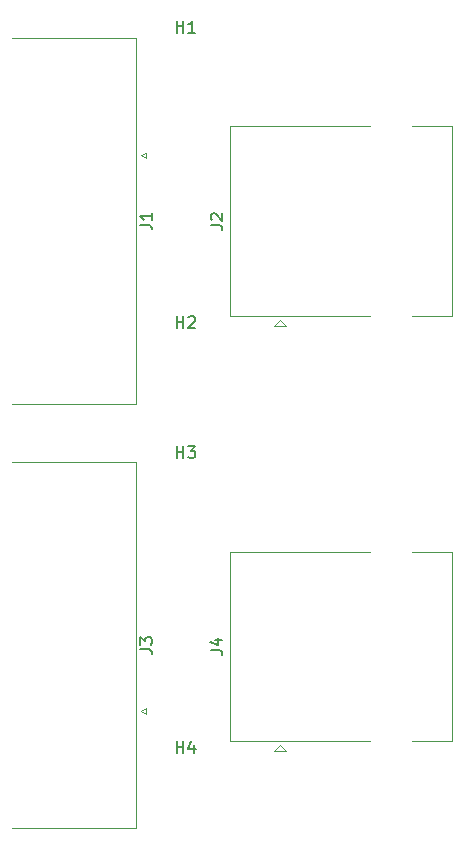
<source format=gto>
G04 #@! TF.GenerationSoftware,KiCad,Pcbnew,5.1.9+dfsg1-1~bpo10+1*
G04 #@! TF.CreationDate,2021-11-01T15:58:22+00:00*
G04 #@! TF.ProjectId,rack-ser-adapter,7261636b-2d73-4657-922d-616461707465,rev?*
G04 #@! TF.SameCoordinates,Original*
G04 #@! TF.FileFunction,Legend,Top*
G04 #@! TF.FilePolarity,Positive*
%FSLAX46Y46*%
G04 Gerber Fmt 4.6, Leading zero omitted, Abs format (unit mm)*
G04 Created by KiCad (PCBNEW 5.1.9+dfsg1-1~bpo10+1) date 2021-11-01 15:58:22*
%MOMM*%
%LPD*%
G01*
G04 APERTURE LIST*
%ADD10C,0.120000*%
%ADD11C,0.150000*%
G04 APERTURE END LIST*
D10*
X108221325Y-129000000D02*
X108654338Y-128750000D01*
X108654338Y-129250000D02*
X108221325Y-129000000D01*
X108654338Y-128750000D02*
X108654338Y-129250000D01*
X107760000Y-138945000D02*
X97280000Y-138945000D01*
X107760000Y-107975000D02*
X107760000Y-138945000D01*
X97280000Y-107975000D02*
X107760000Y-107975000D01*
X131150000Y-95565000D02*
X134590000Y-95565000D01*
X120508000Y-96441000D02*
X120000000Y-95933000D01*
X119492000Y-96441000D02*
X120508000Y-96441000D01*
X120000000Y-95933000D02*
X119492000Y-96441000D01*
X131150000Y-79545000D02*
X134590000Y-79545000D01*
X134590000Y-79545000D02*
X134590000Y-95565000D01*
X115720000Y-95565000D02*
X127650000Y-95565000D01*
X115720000Y-79545000D02*
X115720000Y-95565000D01*
X115720000Y-79545000D02*
X127650000Y-79545000D01*
X108221325Y-82000000D02*
X108654338Y-81750000D01*
X108654338Y-82250000D02*
X108221325Y-82000000D01*
X108654338Y-81750000D02*
X108654338Y-82250000D01*
X107760000Y-103025000D02*
X97280000Y-103025000D01*
X107760000Y-72055000D02*
X107760000Y-103025000D01*
X97280000Y-72055000D02*
X107760000Y-72055000D01*
X131150000Y-131565000D02*
X134590000Y-131565000D01*
X120508000Y-132441000D02*
X120000000Y-131933000D01*
X119492000Y-132441000D02*
X120508000Y-132441000D01*
X120000000Y-131933000D02*
X119492000Y-132441000D01*
X131150000Y-115545000D02*
X134590000Y-115545000D01*
X134590000Y-115545000D02*
X134590000Y-131565000D01*
X115720000Y-131565000D02*
X127650000Y-131565000D01*
X115720000Y-115545000D02*
X115720000Y-131565000D01*
X115720000Y-115545000D02*
X127650000Y-115545000D01*
D11*
X108152380Y-123793333D02*
X108866666Y-123793333D01*
X109009523Y-123840952D01*
X109104761Y-123936190D01*
X109152380Y-124079047D01*
X109152380Y-124174285D01*
X108152380Y-123412380D02*
X108152380Y-122793333D01*
X108533333Y-123126666D01*
X108533333Y-122983809D01*
X108580952Y-122888571D01*
X108628571Y-122840952D01*
X108723809Y-122793333D01*
X108961904Y-122793333D01*
X109057142Y-122840952D01*
X109104761Y-122888571D01*
X109152380Y-122983809D01*
X109152380Y-123269523D01*
X109104761Y-123364761D01*
X109057142Y-123412380D01*
X114112380Y-87888333D02*
X114826666Y-87888333D01*
X114969523Y-87935952D01*
X115064761Y-88031190D01*
X115112380Y-88174047D01*
X115112380Y-88269285D01*
X114207619Y-87459761D02*
X114160000Y-87412142D01*
X114112380Y-87316904D01*
X114112380Y-87078809D01*
X114160000Y-86983571D01*
X114207619Y-86935952D01*
X114302857Y-86888333D01*
X114398095Y-86888333D01*
X114540952Y-86935952D01*
X115112380Y-87507380D01*
X115112380Y-86888333D01*
X111238095Y-71602380D02*
X111238095Y-70602380D01*
X111238095Y-71078571D02*
X111809523Y-71078571D01*
X111809523Y-71602380D02*
X111809523Y-70602380D01*
X112809523Y-71602380D02*
X112238095Y-71602380D01*
X112523809Y-71602380D02*
X112523809Y-70602380D01*
X112428571Y-70745238D01*
X112333333Y-70840476D01*
X112238095Y-70888095D01*
X111238095Y-96602380D02*
X111238095Y-95602380D01*
X111238095Y-96078571D02*
X111809523Y-96078571D01*
X111809523Y-96602380D02*
X111809523Y-95602380D01*
X112238095Y-95697619D02*
X112285714Y-95650000D01*
X112380952Y-95602380D01*
X112619047Y-95602380D01*
X112714285Y-95650000D01*
X112761904Y-95697619D01*
X112809523Y-95792857D01*
X112809523Y-95888095D01*
X112761904Y-96030952D01*
X112190476Y-96602380D01*
X112809523Y-96602380D01*
X108152380Y-87873333D02*
X108866666Y-87873333D01*
X109009523Y-87920952D01*
X109104761Y-88016190D01*
X109152380Y-88159047D01*
X109152380Y-88254285D01*
X109152380Y-86873333D02*
X109152380Y-87444761D01*
X109152380Y-87159047D02*
X108152380Y-87159047D01*
X108295238Y-87254285D01*
X108390476Y-87349523D01*
X108438095Y-87444761D01*
X111238095Y-107602380D02*
X111238095Y-106602380D01*
X111238095Y-107078571D02*
X111809523Y-107078571D01*
X111809523Y-107602380D02*
X111809523Y-106602380D01*
X112190476Y-106602380D02*
X112809523Y-106602380D01*
X112476190Y-106983333D01*
X112619047Y-106983333D01*
X112714285Y-107030952D01*
X112761904Y-107078571D01*
X112809523Y-107173809D01*
X112809523Y-107411904D01*
X112761904Y-107507142D01*
X112714285Y-107554761D01*
X112619047Y-107602380D01*
X112333333Y-107602380D01*
X112238095Y-107554761D01*
X112190476Y-107507142D01*
X111238095Y-132602380D02*
X111238095Y-131602380D01*
X111238095Y-132078571D02*
X111809523Y-132078571D01*
X111809523Y-132602380D02*
X111809523Y-131602380D01*
X112714285Y-131935714D02*
X112714285Y-132602380D01*
X112476190Y-131554761D02*
X112238095Y-132269047D01*
X112857142Y-132269047D01*
X114112380Y-123888333D02*
X114826666Y-123888333D01*
X114969523Y-123935952D01*
X115064761Y-124031190D01*
X115112380Y-124174047D01*
X115112380Y-124269285D01*
X114445714Y-122983571D02*
X115112380Y-122983571D01*
X114064761Y-123221666D02*
X114779047Y-123459761D01*
X114779047Y-122840714D01*
M02*

</source>
